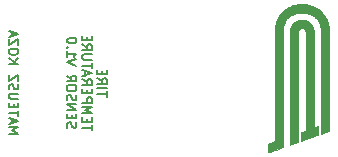
<source format=gbr>
%TF.GenerationSoftware,KiCad,Pcbnew,6.0.6-3a73a75311~116~ubuntu20.04.1*%
%TF.CreationDate,2022-07-05T10:29:56+02:00*%
%TF.ProjectId,Temperature_Tire_Sensor,54656d70-6572-4617-9475-72655f546972,rev?*%
%TF.SameCoordinates,Original*%
%TF.FileFunction,Legend,Bot*%
%TF.FilePolarity,Positive*%
%FSLAX46Y46*%
G04 Gerber Fmt 4.6, Leading zero omitted, Abs format (unit mm)*
G04 Created by KiCad (PCBNEW 6.0.6-3a73a75311~116~ubuntu20.04.1) date 2022-07-05 10:29:56*
%MOMM*%
%LPD*%
G01*
G04 APERTURE LIST*
%ADD10C,0.150000*%
%ADD11C,0.010000*%
G04 APERTURE END LIST*
D10*
X111626095Y-108180952D02*
X111626095Y-107723809D01*
X110826095Y-107952380D02*
X111626095Y-107952380D01*
X110826095Y-107457142D02*
X111626095Y-107457142D01*
X110826095Y-106619047D02*
X111207047Y-106885714D01*
X110826095Y-107076190D02*
X111626095Y-107076190D01*
X111626095Y-106771428D01*
X111588000Y-106695238D01*
X111549904Y-106657142D01*
X111473714Y-106619047D01*
X111359428Y-106619047D01*
X111283238Y-106657142D01*
X111245142Y-106695238D01*
X111207047Y-106771428D01*
X111207047Y-107076190D01*
X111245142Y-106276190D02*
X111245142Y-106009523D01*
X110826095Y-105895238D02*
X110826095Y-106276190D01*
X111626095Y-106276190D01*
X111626095Y-105895238D01*
X110338095Y-111038095D02*
X110338095Y-110580952D01*
X109538095Y-110809523D02*
X110338095Y-110809523D01*
X109957142Y-110314285D02*
X109957142Y-110047619D01*
X109538095Y-109933333D02*
X109538095Y-110314285D01*
X110338095Y-110314285D01*
X110338095Y-109933333D01*
X109538095Y-109590476D02*
X110338095Y-109590476D01*
X109766666Y-109323809D01*
X110338095Y-109057142D01*
X109538095Y-109057142D01*
X109538095Y-108676190D02*
X110338095Y-108676190D01*
X110338095Y-108371428D01*
X110300000Y-108295238D01*
X110261904Y-108257142D01*
X110185714Y-108219047D01*
X110071428Y-108219047D01*
X109995238Y-108257142D01*
X109957142Y-108295238D01*
X109919047Y-108371428D01*
X109919047Y-108676190D01*
X109957142Y-107876190D02*
X109957142Y-107609523D01*
X109538095Y-107495238D02*
X109538095Y-107876190D01*
X110338095Y-107876190D01*
X110338095Y-107495238D01*
X109538095Y-106695238D02*
X109919047Y-106961904D01*
X109538095Y-107152380D02*
X110338095Y-107152380D01*
X110338095Y-106847619D01*
X110300000Y-106771428D01*
X110261904Y-106733333D01*
X110185714Y-106695238D01*
X110071428Y-106695238D01*
X109995238Y-106733333D01*
X109957142Y-106771428D01*
X109919047Y-106847619D01*
X109919047Y-107152380D01*
X109766666Y-106390476D02*
X109766666Y-106009523D01*
X109538095Y-106466666D02*
X110338095Y-106200000D01*
X109538095Y-105933333D01*
X110338095Y-105780952D02*
X110338095Y-105323809D01*
X109538095Y-105552380D02*
X110338095Y-105552380D01*
X110338095Y-105057142D02*
X109690476Y-105057142D01*
X109614285Y-105019047D01*
X109576190Y-104980952D01*
X109538095Y-104904761D01*
X109538095Y-104752380D01*
X109576190Y-104676190D01*
X109614285Y-104638095D01*
X109690476Y-104600000D01*
X110338095Y-104600000D01*
X109538095Y-103761904D02*
X109919047Y-104028571D01*
X109538095Y-104219047D02*
X110338095Y-104219047D01*
X110338095Y-103914285D01*
X110300000Y-103838095D01*
X110261904Y-103800000D01*
X110185714Y-103761904D01*
X110071428Y-103761904D01*
X109995238Y-103800000D01*
X109957142Y-103838095D01*
X109919047Y-103914285D01*
X109919047Y-104219047D01*
X109957142Y-103419047D02*
X109957142Y-103152380D01*
X109538095Y-103038095D02*
X109538095Y-103419047D01*
X110338095Y-103419047D01*
X110338095Y-103038095D01*
X108288190Y-110809523D02*
X108250095Y-110695238D01*
X108250095Y-110504761D01*
X108288190Y-110428571D01*
X108326285Y-110390476D01*
X108402476Y-110352380D01*
X108478666Y-110352380D01*
X108554857Y-110390476D01*
X108592952Y-110428571D01*
X108631047Y-110504761D01*
X108669142Y-110657142D01*
X108707238Y-110733333D01*
X108745333Y-110771428D01*
X108821523Y-110809523D01*
X108897714Y-110809523D01*
X108973904Y-110771428D01*
X109012000Y-110733333D01*
X109050095Y-110657142D01*
X109050095Y-110466666D01*
X109012000Y-110352380D01*
X108669142Y-110009523D02*
X108669142Y-109742857D01*
X108250095Y-109628571D02*
X108250095Y-110009523D01*
X109050095Y-110009523D01*
X109050095Y-109628571D01*
X108250095Y-109285714D02*
X109050095Y-109285714D01*
X108250095Y-108828571D01*
X109050095Y-108828571D01*
X108288190Y-108485714D02*
X108250095Y-108371428D01*
X108250095Y-108180952D01*
X108288190Y-108104761D01*
X108326285Y-108066666D01*
X108402476Y-108028571D01*
X108478666Y-108028571D01*
X108554857Y-108066666D01*
X108592952Y-108104761D01*
X108631047Y-108180952D01*
X108669142Y-108333333D01*
X108707238Y-108409523D01*
X108745333Y-108447619D01*
X108821523Y-108485714D01*
X108897714Y-108485714D01*
X108973904Y-108447619D01*
X109012000Y-108409523D01*
X109050095Y-108333333D01*
X109050095Y-108142857D01*
X109012000Y-108028571D01*
X109050095Y-107533333D02*
X109050095Y-107380952D01*
X109012000Y-107304761D01*
X108935809Y-107228571D01*
X108783428Y-107190476D01*
X108516761Y-107190476D01*
X108364380Y-107228571D01*
X108288190Y-107304761D01*
X108250095Y-107380952D01*
X108250095Y-107533333D01*
X108288190Y-107609523D01*
X108364380Y-107685714D01*
X108516761Y-107723809D01*
X108783428Y-107723809D01*
X108935809Y-107685714D01*
X109012000Y-107609523D01*
X109050095Y-107533333D01*
X108250095Y-106390476D02*
X108631047Y-106657142D01*
X108250095Y-106847619D02*
X109050095Y-106847619D01*
X109050095Y-106542857D01*
X109012000Y-106466666D01*
X108973904Y-106428571D01*
X108897714Y-106390476D01*
X108783428Y-106390476D01*
X108707238Y-106428571D01*
X108669142Y-106466666D01*
X108631047Y-106542857D01*
X108631047Y-106847619D01*
X109050095Y-105552380D02*
X108250095Y-105285714D01*
X109050095Y-105019047D01*
X108250095Y-104333333D02*
X108250095Y-104790476D01*
X108250095Y-104561904D02*
X109050095Y-104561904D01*
X108935809Y-104638095D01*
X108859619Y-104714285D01*
X108821523Y-104790476D01*
X108326285Y-103990476D02*
X108288190Y-103952380D01*
X108250095Y-103990476D01*
X108288190Y-104028571D01*
X108326285Y-103990476D01*
X108250095Y-103990476D01*
X109050095Y-103457142D02*
X109050095Y-103380952D01*
X109012000Y-103304761D01*
X108973904Y-103266666D01*
X108897714Y-103228571D01*
X108745333Y-103190476D01*
X108554857Y-103190476D01*
X108402476Y-103228571D01*
X108326285Y-103266666D01*
X108288190Y-103304761D01*
X108250095Y-103380952D01*
X108250095Y-103457142D01*
X108288190Y-103533333D01*
X108326285Y-103571428D01*
X108402476Y-103609523D01*
X108554857Y-103647619D01*
X108745333Y-103647619D01*
X108897714Y-103609523D01*
X108973904Y-103571428D01*
X109012000Y-103533333D01*
X109050095Y-103457142D01*
X103338095Y-111304761D02*
X104138095Y-111304761D01*
X103566666Y-111038095D01*
X104138095Y-110771428D01*
X103338095Y-110771428D01*
X103566666Y-110428571D02*
X103566666Y-110047619D01*
X103338095Y-110504761D02*
X104138095Y-110238095D01*
X103338095Y-109971428D01*
X104138095Y-109819047D02*
X104138095Y-109361904D01*
X103338095Y-109590476D02*
X104138095Y-109590476D01*
X103757142Y-109095238D02*
X103757142Y-108828571D01*
X103338095Y-108714285D02*
X103338095Y-109095238D01*
X104138095Y-109095238D01*
X104138095Y-108714285D01*
X104138095Y-108371428D02*
X103490476Y-108371428D01*
X103414285Y-108333333D01*
X103376190Y-108295238D01*
X103338095Y-108219047D01*
X103338095Y-108066666D01*
X103376190Y-107990476D01*
X103414285Y-107952380D01*
X103490476Y-107914285D01*
X104138095Y-107914285D01*
X103376190Y-107571428D02*
X103338095Y-107457142D01*
X103338095Y-107266666D01*
X103376190Y-107190476D01*
X103414285Y-107152380D01*
X103490476Y-107114285D01*
X103566666Y-107114285D01*
X103642857Y-107152380D01*
X103680952Y-107190476D01*
X103719047Y-107266666D01*
X103757142Y-107419047D01*
X103795238Y-107495238D01*
X103833333Y-107533333D01*
X103909523Y-107571428D01*
X103985714Y-107571428D01*
X104061904Y-107533333D01*
X104100000Y-107495238D01*
X104138095Y-107419047D01*
X104138095Y-107228571D01*
X104100000Y-107114285D01*
X104138095Y-106847619D02*
X104138095Y-106314285D01*
X103338095Y-106847619D01*
X103338095Y-106314285D01*
X103338095Y-105400000D02*
X104138095Y-105400000D01*
X103338095Y-104942857D02*
X103795238Y-105285714D01*
X104138095Y-104942857D02*
X103680952Y-105400000D01*
X104138095Y-104447619D02*
X104138095Y-104295238D01*
X104100000Y-104219047D01*
X104023809Y-104142857D01*
X103871428Y-104104761D01*
X103604761Y-104104761D01*
X103452380Y-104142857D01*
X103376190Y-104219047D01*
X103338095Y-104295238D01*
X103338095Y-104447619D01*
X103376190Y-104523809D01*
X103452380Y-104600000D01*
X103604761Y-104638095D01*
X103871428Y-104638095D01*
X104023809Y-104600000D01*
X104100000Y-104523809D01*
X104138095Y-104447619D01*
X104138095Y-103838095D02*
X104138095Y-103304761D01*
X103338095Y-103838095D01*
X103338095Y-103304761D01*
X103566666Y-103038095D02*
X103566666Y-102657142D01*
X103338095Y-103114285D02*
X104138095Y-102847619D01*
X103338095Y-102580952D01*
%TO.C,G\u002A\u002A\u002A*%
G36*
X128244057Y-100340181D02*
G01*
X128385610Y-100350411D01*
X128524962Y-100368520D01*
X128661888Y-100394441D01*
X128796160Y-100428103D01*
X128927552Y-100469440D01*
X129055837Y-100518381D01*
X129180789Y-100574858D01*
X129302181Y-100638803D01*
X129419786Y-100710147D01*
X129533378Y-100788820D01*
X129642729Y-100874755D01*
X129656846Y-100886781D01*
X129687110Y-100913682D01*
X129720536Y-100944587D01*
X129755538Y-100977949D01*
X129790526Y-101012226D01*
X129823913Y-101045870D01*
X129854109Y-101077337D01*
X129879527Y-101105083D01*
X129927938Y-101161178D01*
X130005798Y-101258805D01*
X130076464Y-101357718D01*
X130140129Y-101458415D01*
X130196985Y-101561397D01*
X130247228Y-101667164D01*
X130291049Y-101776215D01*
X130328643Y-101889051D01*
X130360202Y-102006170D01*
X130385921Y-102128073D01*
X130405993Y-102255260D01*
X130420610Y-102388230D01*
X130429967Y-102527483D01*
X130430122Y-102531646D01*
X130430390Y-102543433D01*
X130430646Y-102560883D01*
X130430892Y-102584078D01*
X130431127Y-102613101D01*
X130431351Y-102648034D01*
X130431564Y-102688960D01*
X130431766Y-102735960D01*
X130431957Y-102789118D01*
X130432138Y-102848516D01*
X130432309Y-102914237D01*
X130432469Y-102986363D01*
X130432618Y-103064976D01*
X130432757Y-103150158D01*
X130432886Y-103241994D01*
X130433005Y-103340564D01*
X130433113Y-103445951D01*
X130433212Y-103558238D01*
X130433300Y-103677507D01*
X130433378Y-103803841D01*
X130433447Y-103937322D01*
X130433505Y-104078033D01*
X130433554Y-104226056D01*
X130433593Y-104381473D01*
X130433623Y-104544368D01*
X130433643Y-104714822D01*
X130433653Y-104892918D01*
X130433654Y-105078738D01*
X130433645Y-105272365D01*
X130433627Y-105473882D01*
X130433600Y-105683370D01*
X130433564Y-105900913D01*
X130433518Y-106126593D01*
X130433464Y-106360492D01*
X130433400Y-106602692D01*
X130433328Y-106853277D01*
X130432050Y-111081704D01*
X130091291Y-111201969D01*
X130053769Y-111215205D01*
X130003895Y-111232776D01*
X129956733Y-111249367D01*
X129912870Y-111264773D01*
X129872892Y-111278790D01*
X129837382Y-111291211D01*
X129806928Y-111301833D01*
X129782114Y-111310451D01*
X129763526Y-111316860D01*
X129751749Y-111320856D01*
X129747369Y-111322233D01*
X129747295Y-111321055D01*
X129747155Y-111312447D01*
X129747013Y-111295641D01*
X129746871Y-111270812D01*
X129746729Y-111238135D01*
X129746585Y-111197786D01*
X129746442Y-111149941D01*
X129746298Y-111094775D01*
X129746155Y-111032463D01*
X129746011Y-110963180D01*
X129745869Y-110887103D01*
X129745726Y-110804407D01*
X129745585Y-110715267D01*
X129745445Y-110619859D01*
X129745305Y-110518358D01*
X129745168Y-110410940D01*
X129745031Y-110297780D01*
X129744896Y-110179053D01*
X129744764Y-110054936D01*
X129744633Y-109925603D01*
X129744504Y-109791230D01*
X129744378Y-109651993D01*
X129744255Y-109508066D01*
X129744134Y-109359627D01*
X129744016Y-109206848D01*
X129743902Y-109049908D01*
X129743791Y-108888980D01*
X129743683Y-108724241D01*
X129743579Y-108555865D01*
X129743478Y-108384029D01*
X129743382Y-108208907D01*
X129743290Y-108030676D01*
X129743203Y-107849510D01*
X129743120Y-107665585D01*
X129743042Y-107479077D01*
X129742968Y-107290162D01*
X129742900Y-107099013D01*
X129742837Y-106905808D01*
X129742820Y-106849935D01*
X129742742Y-106607741D01*
X129742662Y-106373865D01*
X129742580Y-106148186D01*
X129742497Y-105930581D01*
X129742411Y-105720931D01*
X129742323Y-105519112D01*
X129742232Y-105325005D01*
X129742139Y-105138488D01*
X129742042Y-104959440D01*
X129741943Y-104787738D01*
X129741840Y-104623262D01*
X129741734Y-104465891D01*
X129741624Y-104315502D01*
X129741510Y-104171975D01*
X129741393Y-104035189D01*
X129741271Y-103905021D01*
X129741145Y-103781352D01*
X129741015Y-103664058D01*
X129740880Y-103553019D01*
X129740740Y-103448114D01*
X129740594Y-103349221D01*
X129740444Y-103256219D01*
X129740289Y-103168987D01*
X129740127Y-103087403D01*
X129739960Y-103011345D01*
X129739788Y-102940693D01*
X129739609Y-102875325D01*
X129739424Y-102815120D01*
X129739232Y-102759957D01*
X129739034Y-102709713D01*
X129738829Y-102664268D01*
X129738617Y-102623500D01*
X129738398Y-102587289D01*
X129738171Y-102555512D01*
X129737938Y-102528048D01*
X129737696Y-102504776D01*
X129737447Y-102485575D01*
X129737189Y-102470323D01*
X129736924Y-102458899D01*
X129736650Y-102451182D01*
X129736367Y-102447050D01*
X129735930Y-102443443D01*
X129720862Y-102339455D01*
X129701623Y-102241618D01*
X129677815Y-102148544D01*
X129649041Y-102058844D01*
X129614902Y-101971131D01*
X129575001Y-101884016D01*
X129567294Y-101868529D01*
X129520758Y-101782585D01*
X129470813Y-101703172D01*
X129416451Y-101628895D01*
X129356661Y-101558356D01*
X129290435Y-101490158D01*
X129254657Y-101456829D01*
X129173710Y-101389859D01*
X129087243Y-101329175D01*
X128995430Y-101274844D01*
X128898452Y-101226934D01*
X128796484Y-101185513D01*
X128689704Y-101150651D01*
X128578290Y-101122414D01*
X128462419Y-101100872D01*
X128342269Y-101086092D01*
X128218017Y-101078142D01*
X128141707Y-101076497D01*
X128013063Y-101078871D01*
X127888907Y-101087835D01*
X127769383Y-101103354D01*
X127654635Y-101125393D01*
X127544807Y-101153919D01*
X127440045Y-101188896D01*
X127340491Y-101230289D01*
X127246291Y-101278065D01*
X127157587Y-101332189D01*
X127134450Y-101347789D01*
X127101677Y-101370759D01*
X127072603Y-101392558D01*
X127045386Y-101414707D01*
X127018187Y-101438727D01*
X126989166Y-101466140D01*
X126956483Y-101498467D01*
X126901902Y-101556263D01*
X126834956Y-101636876D01*
X126774870Y-101721536D01*
X126721353Y-101810736D01*
X126674117Y-101904968D01*
X126632872Y-102004725D01*
X126597330Y-102110500D01*
X126595145Y-102117826D01*
X126580787Y-102169964D01*
X126568558Y-102222498D01*
X126558069Y-102277440D01*
X126548929Y-102336802D01*
X126540748Y-102402600D01*
X126540730Y-102402761D01*
X126540364Y-102406335D01*
X126540011Y-102410483D01*
X126539669Y-102415347D01*
X126539339Y-102421071D01*
X126539020Y-102427799D01*
X126538712Y-102435673D01*
X126538415Y-102444838D01*
X126538129Y-102455437D01*
X126537854Y-102467613D01*
X126537588Y-102481510D01*
X126537333Y-102497272D01*
X126537087Y-102515042D01*
X126536850Y-102534964D01*
X126536623Y-102557181D01*
X126536405Y-102581836D01*
X126536195Y-102609074D01*
X126535994Y-102639037D01*
X126535802Y-102671869D01*
X126535617Y-102707715D01*
X126535440Y-102746716D01*
X126535270Y-102789018D01*
X126535108Y-102834762D01*
X126534953Y-102884094D01*
X126534804Y-102937156D01*
X126534662Y-102994092D01*
X126534526Y-103055045D01*
X126534397Y-103120159D01*
X126534273Y-103189578D01*
X126534155Y-103263445D01*
X126534042Y-103341903D01*
X126533934Y-103425096D01*
X126533831Y-103513168D01*
X126533732Y-103606262D01*
X126533638Y-103704521D01*
X126533548Y-103808090D01*
X126533462Y-103917111D01*
X126533379Y-104031729D01*
X126533300Y-104152086D01*
X126533224Y-104278326D01*
X126533151Y-104410594D01*
X126533080Y-104549031D01*
X126533012Y-104693782D01*
X126532946Y-104844991D01*
X126532882Y-105002800D01*
X126532820Y-105167354D01*
X126532759Y-105338796D01*
X126532699Y-105517269D01*
X126532640Y-105702917D01*
X126532582Y-105895884D01*
X126532524Y-106096313D01*
X126532467Y-106304347D01*
X126532409Y-106520130D01*
X126532352Y-106743806D01*
X126532293Y-106975518D01*
X126532234Y-107215409D01*
X126532174Y-107463624D01*
X126530973Y-112459031D01*
X125956328Y-112661886D01*
X125900686Y-112681529D01*
X125834043Y-112705054D01*
X125769459Y-112727853D01*
X125707429Y-112749750D01*
X125648445Y-112770572D01*
X125593001Y-112790144D01*
X125541592Y-112808292D01*
X125494710Y-112824842D01*
X125452850Y-112839619D01*
X125416505Y-112852449D01*
X125386169Y-112863158D01*
X125362336Y-112871572D01*
X125345499Y-112877515D01*
X125336152Y-112880815D01*
X125290620Y-112896888D01*
X125292784Y-112163664D01*
X125838884Y-111970936D01*
X125841233Y-107244976D01*
X125841263Y-107185694D01*
X125841391Y-106934143D01*
X125841519Y-106690916D01*
X125841647Y-106455898D01*
X125841775Y-106228975D01*
X125841904Y-106010030D01*
X125842034Y-105798948D01*
X125842164Y-105595614D01*
X125842296Y-105399914D01*
X125842428Y-105211730D01*
X125842563Y-105030948D01*
X125842698Y-104857453D01*
X125842836Y-104691130D01*
X125842975Y-104531862D01*
X125843117Y-104379535D01*
X125843260Y-104234033D01*
X125843407Y-104095241D01*
X125843556Y-103963044D01*
X125843707Y-103837326D01*
X125843862Y-103717971D01*
X125844020Y-103604866D01*
X125844181Y-103497893D01*
X125844346Y-103396939D01*
X125844515Y-103301887D01*
X125844687Y-103212622D01*
X125844864Y-103129030D01*
X125845045Y-103050993D01*
X125845230Y-102978398D01*
X125845420Y-102911129D01*
X125845615Y-102849070D01*
X125845814Y-102792106D01*
X125846019Y-102740123D01*
X125846229Y-102693003D01*
X125846445Y-102650633D01*
X125846667Y-102612897D01*
X125846894Y-102579679D01*
X125847127Y-102550865D01*
X125847367Y-102526338D01*
X125847613Y-102505983D01*
X125847866Y-102489686D01*
X125848125Y-102477330D01*
X125848391Y-102468801D01*
X125848665Y-102463983D01*
X125854884Y-102399914D01*
X125863447Y-102322286D01*
X125872730Y-102250627D01*
X125883014Y-102183521D01*
X125894583Y-102119553D01*
X125907717Y-102057307D01*
X125922700Y-101995368D01*
X125939813Y-101932320D01*
X125959339Y-101866746D01*
X125981560Y-101797233D01*
X126012028Y-101710772D01*
X126053754Y-101608999D01*
X126100980Y-101510634D01*
X126154604Y-101413833D01*
X126215524Y-101316750D01*
X126225458Y-101301858D01*
X126263421Y-101246845D01*
X126300476Y-101196552D01*
X126338188Y-101149062D01*
X126378127Y-101102457D01*
X126421858Y-101054819D01*
X126470950Y-101004231D01*
X126507562Y-100968100D01*
X126605107Y-100879106D01*
X126706019Y-100797466D01*
X126811095Y-100722599D01*
X126921129Y-100653923D01*
X127036917Y-100590859D01*
X127093727Y-100562969D01*
X127220583Y-100507547D01*
X127350716Y-100459930D01*
X127484113Y-100420121D01*
X127620764Y-100388122D01*
X127760655Y-100363938D01*
X127903775Y-100347572D01*
X127955258Y-100343635D01*
X128100531Y-100337899D01*
X128244057Y-100340181D01*
G37*
D11*
X128244057Y-100340181D02*
X128385610Y-100350411D01*
X128524962Y-100368520D01*
X128661888Y-100394441D01*
X128796160Y-100428103D01*
X128927552Y-100469440D01*
X129055837Y-100518381D01*
X129180789Y-100574858D01*
X129302181Y-100638803D01*
X129419786Y-100710147D01*
X129533378Y-100788820D01*
X129642729Y-100874755D01*
X129656846Y-100886781D01*
X129687110Y-100913682D01*
X129720536Y-100944587D01*
X129755538Y-100977949D01*
X129790526Y-101012226D01*
X129823913Y-101045870D01*
X129854109Y-101077337D01*
X129879527Y-101105083D01*
X129927938Y-101161178D01*
X130005798Y-101258805D01*
X130076464Y-101357718D01*
X130140129Y-101458415D01*
X130196985Y-101561397D01*
X130247228Y-101667164D01*
X130291049Y-101776215D01*
X130328643Y-101889051D01*
X130360202Y-102006170D01*
X130385921Y-102128073D01*
X130405993Y-102255260D01*
X130420610Y-102388230D01*
X130429967Y-102527483D01*
X130430122Y-102531646D01*
X130430390Y-102543433D01*
X130430646Y-102560883D01*
X130430892Y-102584078D01*
X130431127Y-102613101D01*
X130431351Y-102648034D01*
X130431564Y-102688960D01*
X130431766Y-102735960D01*
X130431957Y-102789118D01*
X130432138Y-102848516D01*
X130432309Y-102914237D01*
X130432469Y-102986363D01*
X130432618Y-103064976D01*
X130432757Y-103150158D01*
X130432886Y-103241994D01*
X130433005Y-103340564D01*
X130433113Y-103445951D01*
X130433212Y-103558238D01*
X130433300Y-103677507D01*
X130433378Y-103803841D01*
X130433447Y-103937322D01*
X130433505Y-104078033D01*
X130433554Y-104226056D01*
X130433593Y-104381473D01*
X130433623Y-104544368D01*
X130433643Y-104714822D01*
X130433653Y-104892918D01*
X130433654Y-105078738D01*
X130433645Y-105272365D01*
X130433627Y-105473882D01*
X130433600Y-105683370D01*
X130433564Y-105900913D01*
X130433518Y-106126593D01*
X130433464Y-106360492D01*
X130433400Y-106602692D01*
X130433328Y-106853277D01*
X130432050Y-111081704D01*
X130091291Y-111201969D01*
X130053769Y-111215205D01*
X130003895Y-111232776D01*
X129956733Y-111249367D01*
X129912870Y-111264773D01*
X129872892Y-111278790D01*
X129837382Y-111291211D01*
X129806928Y-111301833D01*
X129782114Y-111310451D01*
X129763526Y-111316860D01*
X129751749Y-111320856D01*
X129747369Y-111322233D01*
X129747295Y-111321055D01*
X129747155Y-111312447D01*
X129747013Y-111295641D01*
X129746871Y-111270812D01*
X129746729Y-111238135D01*
X129746585Y-111197786D01*
X129746442Y-111149941D01*
X129746298Y-111094775D01*
X129746155Y-111032463D01*
X129746011Y-110963180D01*
X129745869Y-110887103D01*
X129745726Y-110804407D01*
X129745585Y-110715267D01*
X129745445Y-110619859D01*
X129745305Y-110518358D01*
X129745168Y-110410940D01*
X129745031Y-110297780D01*
X129744896Y-110179053D01*
X129744764Y-110054936D01*
X129744633Y-109925603D01*
X129744504Y-109791230D01*
X129744378Y-109651993D01*
X129744255Y-109508066D01*
X129744134Y-109359627D01*
X129744016Y-109206848D01*
X129743902Y-109049908D01*
X129743791Y-108888980D01*
X129743683Y-108724241D01*
X129743579Y-108555865D01*
X129743478Y-108384029D01*
X129743382Y-108208907D01*
X129743290Y-108030676D01*
X129743203Y-107849510D01*
X129743120Y-107665585D01*
X129743042Y-107479077D01*
X129742968Y-107290162D01*
X129742900Y-107099013D01*
X129742837Y-106905808D01*
X129742820Y-106849935D01*
X129742742Y-106607741D01*
X129742662Y-106373865D01*
X129742580Y-106148186D01*
X129742497Y-105930581D01*
X129742411Y-105720931D01*
X129742323Y-105519112D01*
X129742232Y-105325005D01*
X129742139Y-105138488D01*
X129742042Y-104959440D01*
X129741943Y-104787738D01*
X129741840Y-104623262D01*
X129741734Y-104465891D01*
X129741624Y-104315502D01*
X129741510Y-104171975D01*
X129741393Y-104035189D01*
X129741271Y-103905021D01*
X129741145Y-103781352D01*
X129741015Y-103664058D01*
X129740880Y-103553019D01*
X129740740Y-103448114D01*
X129740594Y-103349221D01*
X129740444Y-103256219D01*
X129740289Y-103168987D01*
X129740127Y-103087403D01*
X129739960Y-103011345D01*
X129739788Y-102940693D01*
X129739609Y-102875325D01*
X129739424Y-102815120D01*
X129739232Y-102759957D01*
X129739034Y-102709713D01*
X129738829Y-102664268D01*
X129738617Y-102623500D01*
X129738398Y-102587289D01*
X129738171Y-102555512D01*
X129737938Y-102528048D01*
X129737696Y-102504776D01*
X129737447Y-102485575D01*
X129737189Y-102470323D01*
X129736924Y-102458899D01*
X129736650Y-102451182D01*
X129736367Y-102447050D01*
X129735930Y-102443443D01*
X129720862Y-102339455D01*
X129701623Y-102241618D01*
X129677815Y-102148544D01*
X129649041Y-102058844D01*
X129614902Y-101971131D01*
X129575001Y-101884016D01*
X129567294Y-101868529D01*
X129520758Y-101782585D01*
X129470813Y-101703172D01*
X129416451Y-101628895D01*
X129356661Y-101558356D01*
X129290435Y-101490158D01*
X129254657Y-101456829D01*
X129173710Y-101389859D01*
X129087243Y-101329175D01*
X128995430Y-101274844D01*
X128898452Y-101226934D01*
X128796484Y-101185513D01*
X128689704Y-101150651D01*
X128578290Y-101122414D01*
X128462419Y-101100872D01*
X128342269Y-101086092D01*
X128218017Y-101078142D01*
X128141707Y-101076497D01*
X128013063Y-101078871D01*
X127888907Y-101087835D01*
X127769383Y-101103354D01*
X127654635Y-101125393D01*
X127544807Y-101153919D01*
X127440045Y-101188896D01*
X127340491Y-101230289D01*
X127246291Y-101278065D01*
X127157587Y-101332189D01*
X127134450Y-101347789D01*
X127101677Y-101370759D01*
X127072603Y-101392558D01*
X127045386Y-101414707D01*
X127018187Y-101438727D01*
X126989166Y-101466140D01*
X126956483Y-101498467D01*
X126901902Y-101556263D01*
X126834956Y-101636876D01*
X126774870Y-101721536D01*
X126721353Y-101810736D01*
X126674117Y-101904968D01*
X126632872Y-102004725D01*
X126597330Y-102110500D01*
X126595145Y-102117826D01*
X126580787Y-102169964D01*
X126568558Y-102222498D01*
X126558069Y-102277440D01*
X126548929Y-102336802D01*
X126540748Y-102402600D01*
X126540730Y-102402761D01*
X126540364Y-102406335D01*
X126540011Y-102410483D01*
X126539669Y-102415347D01*
X126539339Y-102421071D01*
X126539020Y-102427799D01*
X126538712Y-102435673D01*
X126538415Y-102444838D01*
X126538129Y-102455437D01*
X126537854Y-102467613D01*
X126537588Y-102481510D01*
X126537333Y-102497272D01*
X126537087Y-102515042D01*
X126536850Y-102534964D01*
X126536623Y-102557181D01*
X126536405Y-102581836D01*
X126536195Y-102609074D01*
X126535994Y-102639037D01*
X126535802Y-102671869D01*
X126535617Y-102707715D01*
X126535440Y-102746716D01*
X126535270Y-102789018D01*
X126535108Y-102834762D01*
X126534953Y-102884094D01*
X126534804Y-102937156D01*
X126534662Y-102994092D01*
X126534526Y-103055045D01*
X126534397Y-103120159D01*
X126534273Y-103189578D01*
X126534155Y-103263445D01*
X126534042Y-103341903D01*
X126533934Y-103425096D01*
X126533831Y-103513168D01*
X126533732Y-103606262D01*
X126533638Y-103704521D01*
X126533548Y-103808090D01*
X126533462Y-103917111D01*
X126533379Y-104031729D01*
X126533300Y-104152086D01*
X126533224Y-104278326D01*
X126533151Y-104410594D01*
X126533080Y-104549031D01*
X126533012Y-104693782D01*
X126532946Y-104844991D01*
X126532882Y-105002800D01*
X126532820Y-105167354D01*
X126532759Y-105338796D01*
X126532699Y-105517269D01*
X126532640Y-105702917D01*
X126532582Y-105895884D01*
X126532524Y-106096313D01*
X126532467Y-106304347D01*
X126532409Y-106520130D01*
X126532352Y-106743806D01*
X126532293Y-106975518D01*
X126532234Y-107215409D01*
X126532174Y-107463624D01*
X126530973Y-112459031D01*
X125956328Y-112661886D01*
X125900686Y-112681529D01*
X125834043Y-112705054D01*
X125769459Y-112727853D01*
X125707429Y-112749750D01*
X125648445Y-112770572D01*
X125593001Y-112790144D01*
X125541592Y-112808292D01*
X125494710Y-112824842D01*
X125452850Y-112839619D01*
X125416505Y-112852449D01*
X125386169Y-112863158D01*
X125362336Y-112871572D01*
X125345499Y-112877515D01*
X125336152Y-112880815D01*
X125290620Y-112896888D01*
X125292784Y-112163664D01*
X125838884Y-111970936D01*
X125841233Y-107244976D01*
X125841263Y-107185694D01*
X125841391Y-106934143D01*
X125841519Y-106690916D01*
X125841647Y-106455898D01*
X125841775Y-106228975D01*
X125841904Y-106010030D01*
X125842034Y-105798948D01*
X125842164Y-105595614D01*
X125842296Y-105399914D01*
X125842428Y-105211730D01*
X125842563Y-105030948D01*
X125842698Y-104857453D01*
X125842836Y-104691130D01*
X125842975Y-104531862D01*
X125843117Y-104379535D01*
X125843260Y-104234033D01*
X125843407Y-104095241D01*
X125843556Y-103963044D01*
X125843707Y-103837326D01*
X125843862Y-103717971D01*
X125844020Y-103604866D01*
X125844181Y-103497893D01*
X125844346Y-103396939D01*
X125844515Y-103301887D01*
X125844687Y-103212622D01*
X125844864Y-103129030D01*
X125845045Y-103050993D01*
X125845230Y-102978398D01*
X125845420Y-102911129D01*
X125845615Y-102849070D01*
X125845814Y-102792106D01*
X125846019Y-102740123D01*
X125846229Y-102693003D01*
X125846445Y-102650633D01*
X125846667Y-102612897D01*
X125846894Y-102579679D01*
X125847127Y-102550865D01*
X125847367Y-102526338D01*
X125847613Y-102505983D01*
X125847866Y-102489686D01*
X125848125Y-102477330D01*
X125848391Y-102468801D01*
X125848665Y-102463983D01*
X125854884Y-102399914D01*
X125863447Y-102322286D01*
X125872730Y-102250627D01*
X125883014Y-102183521D01*
X125894583Y-102119553D01*
X125907717Y-102057307D01*
X125922700Y-101995368D01*
X125939813Y-101932320D01*
X125959339Y-101866746D01*
X125981560Y-101797233D01*
X126012028Y-101710772D01*
X126053754Y-101608999D01*
X126100980Y-101510634D01*
X126154604Y-101413833D01*
X126215524Y-101316750D01*
X126225458Y-101301858D01*
X126263421Y-101246845D01*
X126300476Y-101196552D01*
X126338188Y-101149062D01*
X126378127Y-101102457D01*
X126421858Y-101054819D01*
X126470950Y-101004231D01*
X126507562Y-100968100D01*
X126605107Y-100879106D01*
X126706019Y-100797466D01*
X126811095Y-100722599D01*
X126921129Y-100653923D01*
X127036917Y-100590859D01*
X127093727Y-100562969D01*
X127220583Y-100507547D01*
X127350716Y-100459930D01*
X127484113Y-100420121D01*
X127620764Y-100388122D01*
X127760655Y-100363938D01*
X127903775Y-100347572D01*
X127955258Y-100343635D01*
X128100531Y-100337899D01*
X128244057Y-100340181D01*
G36*
X128192815Y-101676893D02*
G01*
X128283224Y-101686116D01*
X128370417Y-101702677D01*
X128454972Y-101726961D01*
X128538122Y-101759225D01*
X128618776Y-101798903D01*
X128696093Y-101845490D01*
X128769231Y-101898477D01*
X128837349Y-101957358D01*
X128899607Y-102021626D01*
X128944998Y-102076161D01*
X128992567Y-102142451D01*
X129033180Y-102210770D01*
X129067316Y-102282136D01*
X129095456Y-102357573D01*
X129118078Y-102438102D01*
X129135662Y-102524743D01*
X129144714Y-102578283D01*
X129146000Y-106689908D01*
X129146012Y-106729271D01*
X129146075Y-106915236D01*
X129146143Y-107099100D01*
X129146217Y-107280680D01*
X129146296Y-107459794D01*
X129146380Y-107636262D01*
X129146469Y-107809900D01*
X129146562Y-107980528D01*
X129146660Y-108147963D01*
X129146762Y-108312023D01*
X129146868Y-108472526D01*
X129146979Y-108629292D01*
X129147092Y-108782137D01*
X129147210Y-108930880D01*
X129147330Y-109075340D01*
X129147454Y-109215333D01*
X129147580Y-109350679D01*
X129147709Y-109481195D01*
X129147841Y-109606700D01*
X129147975Y-109727012D01*
X129148111Y-109841949D01*
X129148249Y-109951329D01*
X129148389Y-110054970D01*
X129148530Y-110152691D01*
X129148672Y-110244309D01*
X129148816Y-110329642D01*
X129148961Y-110408510D01*
X129149106Y-110480729D01*
X129149252Y-110546118D01*
X129149398Y-110604496D01*
X129149545Y-110655680D01*
X129149691Y-110699489D01*
X129149837Y-110735740D01*
X129149983Y-110764252D01*
X129150128Y-110784842D01*
X129150272Y-110797330D01*
X129150415Y-110801533D01*
X129152554Y-110800933D01*
X129161889Y-110797863D01*
X129177831Y-110792443D01*
X129199552Y-110784962D01*
X129226223Y-110775705D01*
X129257016Y-110764959D01*
X129291102Y-110753012D01*
X129327653Y-110740150D01*
X129351761Y-110731666D01*
X129386911Y-110719358D01*
X129419111Y-110708154D01*
X129447524Y-110698342D01*
X129471310Y-110690209D01*
X129489633Y-110684044D01*
X129501652Y-110680134D01*
X129506531Y-110678767D01*
X129507414Y-110681126D01*
X129508211Y-110688628D01*
X129508906Y-110701606D01*
X129509503Y-110720393D01*
X129510006Y-110745319D01*
X129510419Y-110776718D01*
X129510748Y-110814923D01*
X129510996Y-110860264D01*
X129511168Y-110913075D01*
X129511268Y-110973688D01*
X129511300Y-111042435D01*
X129511300Y-111406104D01*
X129493309Y-111412356D01*
X129491729Y-111412909D01*
X129482549Y-111416142D01*
X129465981Y-111421985D01*
X129442439Y-111430293D01*
X129412340Y-111440919D01*
X129376097Y-111453716D01*
X129334125Y-111468537D01*
X129286840Y-111485237D01*
X129234655Y-111503669D01*
X129177987Y-111523686D01*
X129117249Y-111545141D01*
X129052857Y-111567889D01*
X128985225Y-111591782D01*
X128914768Y-111616675D01*
X128841902Y-111642419D01*
X128767041Y-111668870D01*
X128731818Y-111681314D01*
X128658152Y-111707328D01*
X128586811Y-111732506D01*
X128518198Y-111756706D01*
X128452718Y-111779786D01*
X128390774Y-111801604D01*
X128332771Y-111822018D01*
X128279114Y-111840885D01*
X128230205Y-111858065D01*
X128186449Y-111873415D01*
X128148250Y-111886793D01*
X128116013Y-111898057D01*
X128090141Y-111907065D01*
X128071039Y-111913675D01*
X128059110Y-111917745D01*
X128054759Y-111919133D01*
X128054135Y-111915994D01*
X128053495Y-111904722D01*
X128052946Y-111885538D01*
X128052490Y-111858739D01*
X128052129Y-111824623D01*
X128051865Y-111783485D01*
X128051702Y-111735623D01*
X128051641Y-111681334D01*
X128051684Y-111620915D01*
X128051835Y-111554664D01*
X128052917Y-111190195D01*
X128455083Y-111048315D01*
X128455083Y-102637550D01*
X128445276Y-102601649D01*
X128429551Y-102556549D01*
X128407187Y-102514856D01*
X128378887Y-102479192D01*
X128344645Y-102449553D01*
X128304457Y-102425936D01*
X128258318Y-102408337D01*
X128206223Y-102396753D01*
X128148167Y-102391180D01*
X128102433Y-102390734D01*
X128048636Y-102394915D01*
X128001004Y-102404634D01*
X127959260Y-102420064D01*
X127923127Y-102441375D01*
X127892329Y-102468740D01*
X127866589Y-102502329D01*
X127845631Y-102542314D01*
X127829178Y-102588866D01*
X127820083Y-102620616D01*
X127817967Y-107312594D01*
X127815850Y-112004571D01*
X127475091Y-112124835D01*
X127437577Y-112138069D01*
X127387699Y-112155641D01*
X127340534Y-112172232D01*
X127296667Y-112187639D01*
X127256683Y-112201655D01*
X127221167Y-112214077D01*
X127190706Y-112224699D01*
X127165885Y-112233317D01*
X127147289Y-112239727D01*
X127135504Y-112243722D01*
X127131116Y-112245100D01*
X127131082Y-112244832D01*
X127130949Y-112238523D01*
X127130820Y-112223957D01*
X127130694Y-112201303D01*
X127130571Y-112170727D01*
X127130452Y-112132398D01*
X127130337Y-112086483D01*
X127130225Y-112033150D01*
X127130117Y-111972567D01*
X127130013Y-111904902D01*
X127129913Y-111830322D01*
X127129816Y-111748996D01*
X127129724Y-111661091D01*
X127129636Y-111566774D01*
X127129552Y-111466214D01*
X127129472Y-111359578D01*
X127129397Y-111247034D01*
X127129326Y-111128750D01*
X127129259Y-111004894D01*
X127129197Y-110875633D01*
X127129140Y-110741135D01*
X127129087Y-110601569D01*
X127129039Y-110457100D01*
X127128996Y-110307899D01*
X127128958Y-110154131D01*
X127128925Y-109995966D01*
X127128897Y-109833570D01*
X127128874Y-109667112D01*
X127128856Y-109496759D01*
X127128844Y-109322679D01*
X127128836Y-109145040D01*
X127128835Y-108964010D01*
X127128838Y-108779756D01*
X127128848Y-108592446D01*
X127128863Y-108402248D01*
X127128883Y-108209329D01*
X127128910Y-108013858D01*
X127128942Y-107816003D01*
X127128980Y-107615930D01*
X127129025Y-107413808D01*
X127130149Y-102582516D01*
X127139375Y-102529600D01*
X127151979Y-102463116D01*
X127166678Y-102398661D01*
X127183146Y-102339405D01*
X127201899Y-102283675D01*
X127223453Y-102229803D01*
X127248320Y-102176116D01*
X127248735Y-102175276D01*
X127286720Y-102105235D01*
X127328614Y-102041499D01*
X127375659Y-101982355D01*
X127429092Y-101926086D01*
X127433786Y-101921553D01*
X127473661Y-101885337D01*
X127513428Y-101853758D01*
X127555209Y-101825362D01*
X127601127Y-101798691D01*
X127653306Y-101772289D01*
X127656320Y-101770856D01*
X127723428Y-101742420D01*
X127793832Y-101719195D01*
X127868542Y-101700932D01*
X127948571Y-101687383D01*
X128034931Y-101678296D01*
X128100343Y-101675091D01*
X128192815Y-101676893D01*
G37*
X128192815Y-101676893D02*
X128283224Y-101686116D01*
X128370417Y-101702677D01*
X128454972Y-101726961D01*
X128538122Y-101759225D01*
X128618776Y-101798903D01*
X128696093Y-101845490D01*
X128769231Y-101898477D01*
X128837349Y-101957358D01*
X128899607Y-102021626D01*
X128944998Y-102076161D01*
X128992567Y-102142451D01*
X129033180Y-102210770D01*
X129067316Y-102282136D01*
X129095456Y-102357573D01*
X129118078Y-102438102D01*
X129135662Y-102524743D01*
X129144714Y-102578283D01*
X129146000Y-106689908D01*
X129146012Y-106729271D01*
X129146075Y-106915236D01*
X129146143Y-107099100D01*
X129146217Y-107280680D01*
X129146296Y-107459794D01*
X129146380Y-107636262D01*
X129146469Y-107809900D01*
X129146562Y-107980528D01*
X129146660Y-108147963D01*
X129146762Y-108312023D01*
X129146868Y-108472526D01*
X129146979Y-108629292D01*
X129147092Y-108782137D01*
X129147210Y-108930880D01*
X129147330Y-109075340D01*
X129147454Y-109215333D01*
X129147580Y-109350679D01*
X129147709Y-109481195D01*
X129147841Y-109606700D01*
X129147975Y-109727012D01*
X129148111Y-109841949D01*
X129148249Y-109951329D01*
X129148389Y-110054970D01*
X129148530Y-110152691D01*
X129148672Y-110244309D01*
X129148816Y-110329642D01*
X129148961Y-110408510D01*
X129149106Y-110480729D01*
X129149252Y-110546118D01*
X129149398Y-110604496D01*
X129149545Y-110655680D01*
X129149691Y-110699489D01*
X129149837Y-110735740D01*
X129149983Y-110764252D01*
X129150128Y-110784842D01*
X129150272Y-110797330D01*
X129150415Y-110801533D01*
X129152554Y-110800933D01*
X129161889Y-110797863D01*
X129177831Y-110792443D01*
X129199552Y-110784962D01*
X129226223Y-110775705D01*
X129257016Y-110764959D01*
X129291102Y-110753012D01*
X129327653Y-110740150D01*
X129351761Y-110731666D01*
X129386911Y-110719358D01*
X129419111Y-110708154D01*
X129447524Y-110698342D01*
X129471310Y-110690209D01*
X129489633Y-110684044D01*
X129501652Y-110680134D01*
X129506531Y-110678767D01*
X129507414Y-110681126D01*
X129508211Y-110688628D01*
X129508906Y-110701606D01*
X129509503Y-110720393D01*
X129510006Y-110745319D01*
X129510419Y-110776718D01*
X129510748Y-110814923D01*
X129510996Y-110860264D01*
X129511168Y-110913075D01*
X129511268Y-110973688D01*
X129511300Y-111042435D01*
X129511300Y-111406104D01*
X129493309Y-111412356D01*
X129491729Y-111412909D01*
X129482549Y-111416142D01*
X129465981Y-111421985D01*
X129442439Y-111430293D01*
X129412340Y-111440919D01*
X129376097Y-111453716D01*
X129334125Y-111468537D01*
X129286840Y-111485237D01*
X129234655Y-111503669D01*
X129177987Y-111523686D01*
X129117249Y-111545141D01*
X129052857Y-111567889D01*
X128985225Y-111591782D01*
X128914768Y-111616675D01*
X128841902Y-111642419D01*
X128767041Y-111668870D01*
X128731818Y-111681314D01*
X128658152Y-111707328D01*
X128586811Y-111732506D01*
X128518198Y-111756706D01*
X128452718Y-111779786D01*
X128390774Y-111801604D01*
X128332771Y-111822018D01*
X128279114Y-111840885D01*
X128230205Y-111858065D01*
X128186449Y-111873415D01*
X128148250Y-111886793D01*
X128116013Y-111898057D01*
X128090141Y-111907065D01*
X128071039Y-111913675D01*
X128059110Y-111917745D01*
X128054759Y-111919133D01*
X128054135Y-111915994D01*
X128053495Y-111904722D01*
X128052946Y-111885538D01*
X128052490Y-111858739D01*
X128052129Y-111824623D01*
X128051865Y-111783485D01*
X128051702Y-111735623D01*
X128051641Y-111681334D01*
X128051684Y-111620915D01*
X128051835Y-111554664D01*
X128052917Y-111190195D01*
X128455083Y-111048315D01*
X128455083Y-102637550D01*
X128445276Y-102601649D01*
X128429551Y-102556549D01*
X128407187Y-102514856D01*
X128378887Y-102479192D01*
X128344645Y-102449553D01*
X128304457Y-102425936D01*
X128258318Y-102408337D01*
X128206223Y-102396753D01*
X128148167Y-102391180D01*
X128102433Y-102390734D01*
X128048636Y-102394915D01*
X128001004Y-102404634D01*
X127959260Y-102420064D01*
X127923127Y-102441375D01*
X127892329Y-102468740D01*
X127866589Y-102502329D01*
X127845631Y-102542314D01*
X127829178Y-102588866D01*
X127820083Y-102620616D01*
X127817967Y-107312594D01*
X127815850Y-112004571D01*
X127475091Y-112124835D01*
X127437577Y-112138069D01*
X127387699Y-112155641D01*
X127340534Y-112172232D01*
X127296667Y-112187639D01*
X127256683Y-112201655D01*
X127221167Y-112214077D01*
X127190706Y-112224699D01*
X127165885Y-112233317D01*
X127147289Y-112239727D01*
X127135504Y-112243722D01*
X127131116Y-112245100D01*
X127131082Y-112244832D01*
X127130949Y-112238523D01*
X127130820Y-112223957D01*
X127130694Y-112201303D01*
X127130571Y-112170727D01*
X127130452Y-112132398D01*
X127130337Y-112086483D01*
X127130225Y-112033150D01*
X127130117Y-111972567D01*
X127130013Y-111904902D01*
X127129913Y-111830322D01*
X127129816Y-111748996D01*
X127129724Y-111661091D01*
X127129636Y-111566774D01*
X127129552Y-111466214D01*
X127129472Y-111359578D01*
X127129397Y-111247034D01*
X127129326Y-111128750D01*
X127129259Y-111004894D01*
X127129197Y-110875633D01*
X127129140Y-110741135D01*
X127129087Y-110601569D01*
X127129039Y-110457100D01*
X127128996Y-110307899D01*
X127128958Y-110154131D01*
X127128925Y-109995966D01*
X127128897Y-109833570D01*
X127128874Y-109667112D01*
X127128856Y-109496759D01*
X127128844Y-109322679D01*
X127128836Y-109145040D01*
X127128835Y-108964010D01*
X127128838Y-108779756D01*
X127128848Y-108592446D01*
X127128863Y-108402248D01*
X127128883Y-108209329D01*
X127128910Y-108013858D01*
X127128942Y-107816003D01*
X127128980Y-107615930D01*
X127129025Y-107413808D01*
X127130149Y-102582516D01*
X127139375Y-102529600D01*
X127151979Y-102463116D01*
X127166678Y-102398661D01*
X127183146Y-102339405D01*
X127201899Y-102283675D01*
X127223453Y-102229803D01*
X127248320Y-102176116D01*
X127248735Y-102175276D01*
X127286720Y-102105235D01*
X127328614Y-102041499D01*
X127375659Y-101982355D01*
X127429092Y-101926086D01*
X127433786Y-101921553D01*
X127473661Y-101885337D01*
X127513428Y-101853758D01*
X127555209Y-101825362D01*
X127601127Y-101798691D01*
X127653306Y-101772289D01*
X127656320Y-101770856D01*
X127723428Y-101742420D01*
X127793832Y-101719195D01*
X127868542Y-101700932D01*
X127948571Y-101687383D01*
X128034931Y-101678296D01*
X128100343Y-101675091D01*
X128192815Y-101676893D01*
%TD*%
M02*

</source>
